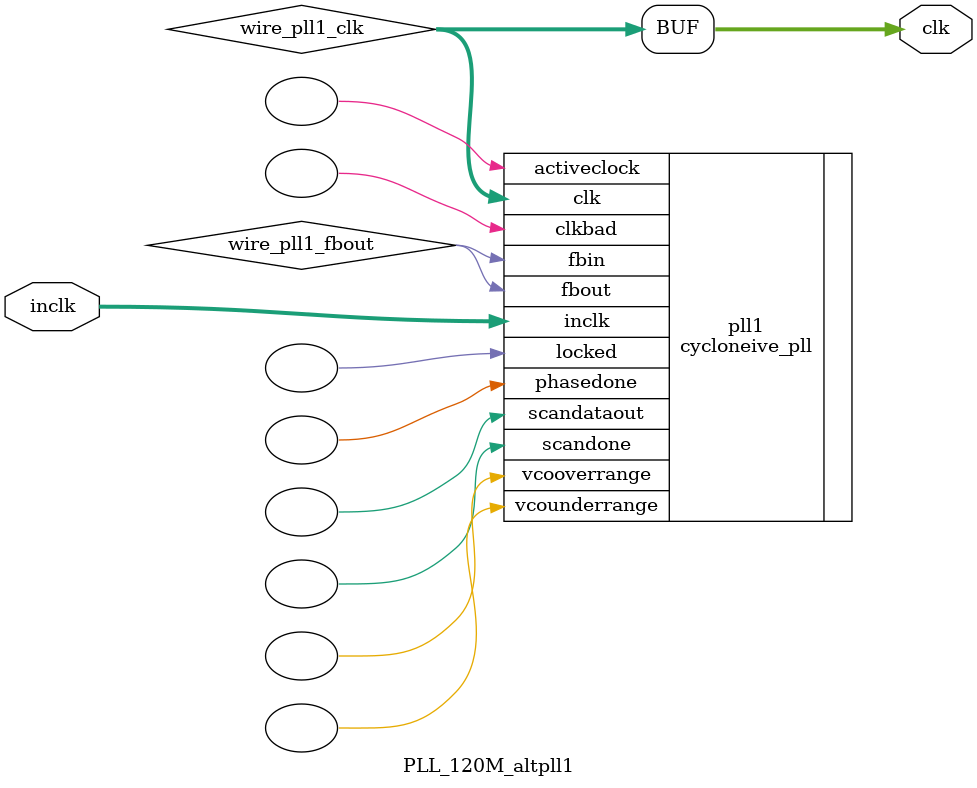
<source format=v>






//synthesis_resources = cycloneive_pll 1 
//synopsys translate_off
`timescale 1 ps / 1 ps
//synopsys translate_on
module  PLL_120M_altpll1
	( 
	clk,
	inclk) /* synthesis synthesis_clearbox=1 */;
	output   [4:0]  clk;
	input   [1:0]  inclk;
`ifndef ALTERA_RESERVED_QIS
// synopsys translate_off
`endif
	tri0   [1:0]  inclk;
`ifndef ALTERA_RESERVED_QIS
// synopsys translate_on
`endif

	wire  [4:0]   wire_pll1_clk;
	wire  wire_pll1_fbout;

	cycloneive_pll   pll1
	( 
	.activeclock(),
	.clk(wire_pll1_clk),
	.clkbad(),
	.fbin(wire_pll1_fbout),
	.fbout(wire_pll1_fbout),
	.inclk(inclk),
	.locked(),
	.phasedone(),
	.scandataout(),
	.scandone(),
	.vcooverrange(),
	.vcounderrange()
	`ifndef FORMAL_VERIFICATION
	// synopsys translate_off
	`endif
	,
	.areset(1'b0),
	.clkswitch(1'b0),
	.configupdate(1'b0),
	.pfdena(1'b1),
	.phasecounterselect({3{1'b0}}),
	.phasestep(1'b0),
	.phaseupdown(1'b0),
	.scanclk(1'b0),
	.scanclkena(1'b1),
	.scandata(1'b0)
	`ifndef FORMAL_VERIFICATION
	// synopsys translate_on
	`endif
	);
	defparam
		pll1.bandwidth_type = "auto",
		pll1.clk0_divide_by = 1,
		pll1.clk0_duty_cycle = 50,
		pll1.clk0_multiply_by = 3,
		pll1.clk0_phase_shift = "0",
		pll1.compensate_clock = "clk0",
		pll1.inclk0_input_frequency = 25000,
		pll1.operation_mode = "normal",
		pll1.pll_type = "auto",
		pll1.lpm_type = "cycloneive_pll";
	assign
		clk = {wire_pll1_clk[4:0]};
endmodule //PLL_120M_altpll1
//VALID FILE

</source>
